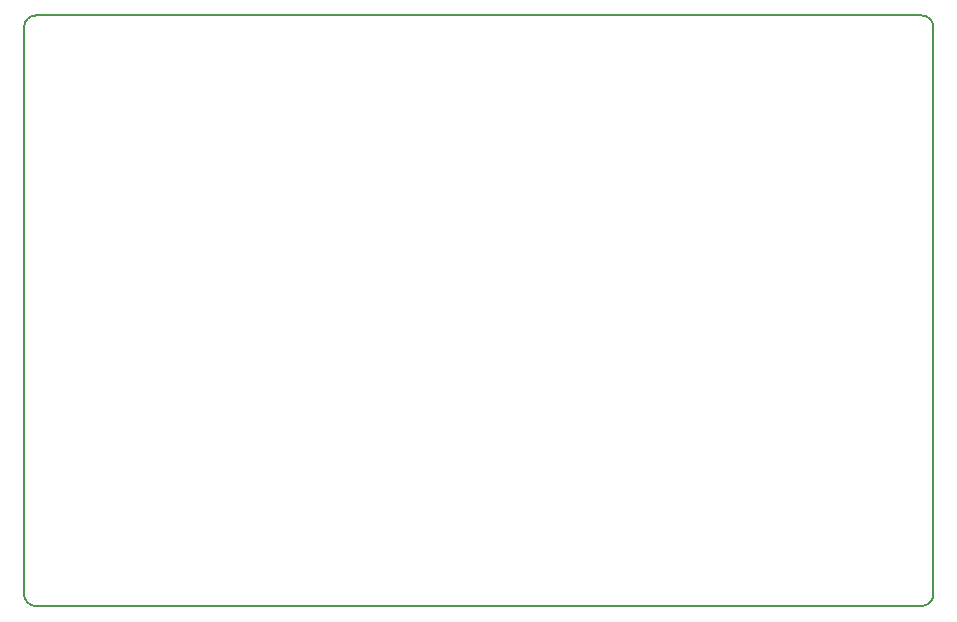
<source format=gbr>
%TF.GenerationSoftware,KiCad,Pcbnew,9.0.1-1.fc42*%
%TF.CreationDate,2025-04-29T06:49:19+02:00*%
%TF.ProjectId,westfly_ahrs_nrf,77657374-666c-4795-9f61-6872735f6e72,0.02*%
%TF.SameCoordinates,Original*%
%TF.FileFunction,Profile,NP*%
%FSLAX46Y46*%
G04 Gerber Fmt 4.6, Leading zero omitted, Abs format (unit mm)*
G04 Created by KiCad (PCBNEW 9.0.1-1.fc42) date 2025-04-29 06:49:19*
%MOMM*%
%LPD*%
G01*
G04 APERTURE LIST*
%TA.AperFunction,Profile*%
%ADD10C,0.200000*%
%TD*%
G04 APERTURE END LIST*
D10*
X156000001Y-76000001D02*
G75*
G02*
X157000001Y-75000001I999999J1D01*
G01*
X156000001Y-76000001D02*
X156000000Y-124000000D01*
X233000000Y-76000000D02*
X233000000Y-124000000D01*
X157000000Y-125000000D02*
G75*
G02*
X156000000Y-124000000I0J1000000D01*
G01*
X157000000Y-125000000D02*
X231994523Y-124999985D01*
X232000000Y-75000000D02*
G75*
G02*
X233000000Y-76000000I0J-1000000D01*
G01*
X233000000Y-124000000D02*
G75*
G02*
X232000000Y-125000000I-1000000J0D01*
G01*
X157000001Y-75000001D02*
X232000000Y-75000000D01*
M02*

</source>
